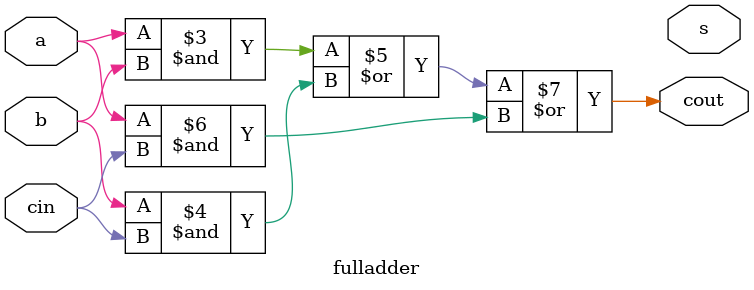
<source format=v>
`timescale 1ns / 1ps


module fulladder(
    input a,b,cin,
    output s,cout
    );
    assign sum = a^b^cin;
    assign cout = (a&b)|(b&cin)|(a&cin);
    
endmodule

</source>
